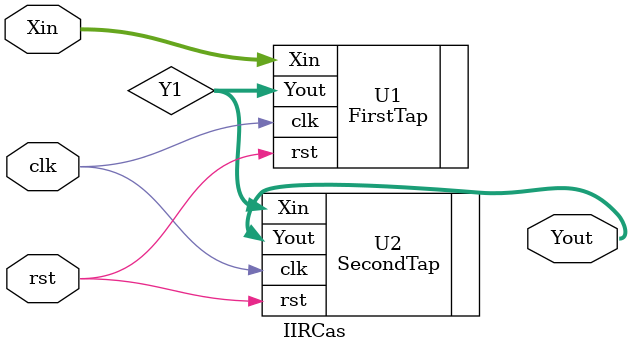
<source format=v>
module IIRCas (
	rst,clk,Xin,
	Yout);
	
	input		rst;   //复位信号，高电平有效
	input		clk;   //FPGA系统时钟，频率为8MHz
	input	 signed [11:0]	Xin;  //数据输入频率为8MHZ
	output signed [11:0]	Yout; //滤波后的输出数据
	
	//实例化第一级滤波器运算模块
	wire signed [11:0] Y1;
	FirstTap U1 (
		.rst (rst),
		.clk (clk),
		.Xin (Xin),
		.Yout (Y1));

	//实例化第二级滤波器运算模块
	SecondTap U2 (
		.rst (rst),
		.clk (clk),
		.Xin (Y1),
		.Yout (Yout));

		
endmodule
	
</source>
